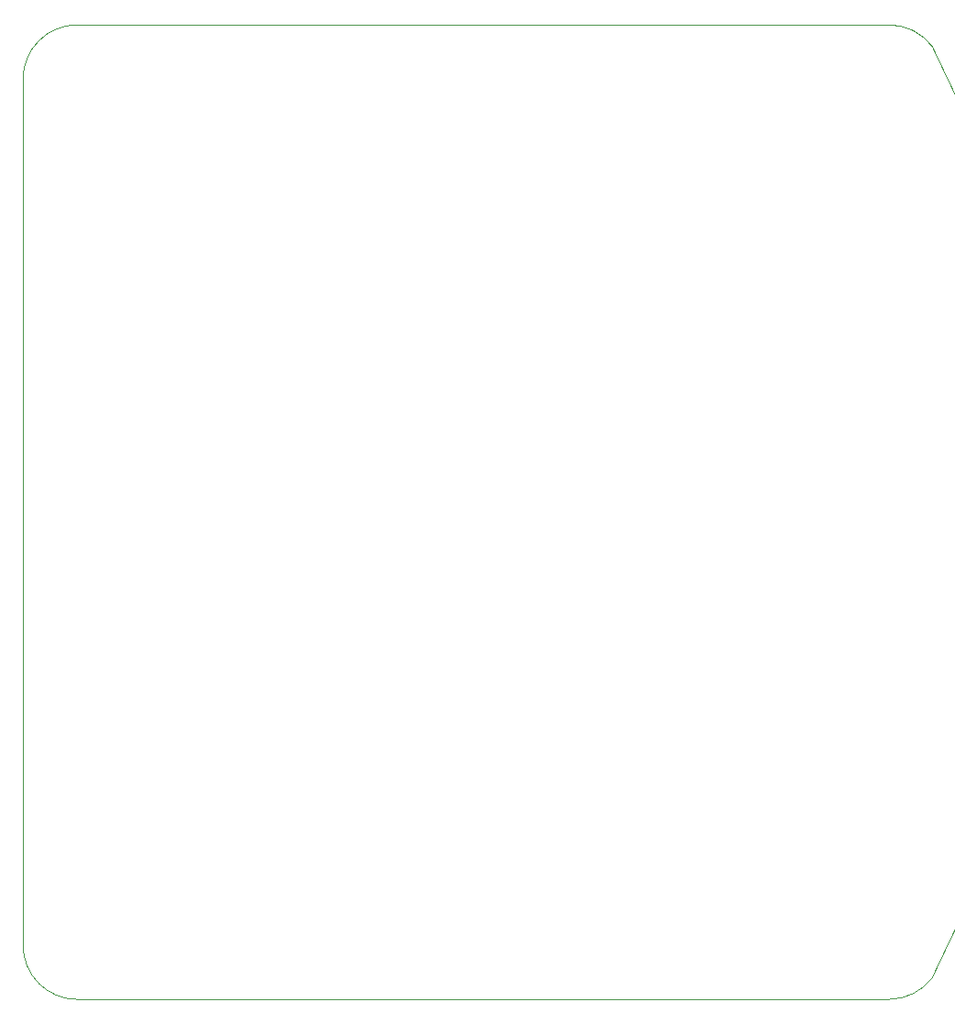
<source format=gbr>
%TF.GenerationSoftware,KiCad,Pcbnew,(6.0.0)*%
%TF.CreationDate,2022-08-23T11:31:34-04:00*%
%TF.ProjectId,Impedance_Analyzer_V2,496d7065-6461-46e6-9365-5f416e616c79,rev?*%
%TF.SameCoordinates,Original*%
%TF.FileFunction,Profile,NP*%
%FSLAX46Y46*%
G04 Gerber Fmt 4.6, Leading zero omitted, Abs format (unit mm)*
G04 Created by KiCad (PCBNEW (6.0.0)) date 2022-08-23 11:31:34*
%MOMM*%
%LPD*%
G01*
G04 APERTURE LIST*
%TA.AperFunction,Profile*%
%ADD10C,0.050000*%
%TD*%
G04 APERTURE END LIST*
D10*
X70000000Y-57500000D02*
X70000000Y-137500000D01*
X75000000Y-52500000D02*
G75*
G03*
X70000000Y-57500000I0J-5000000D01*
G01*
X70000000Y-137500000D02*
G75*
G03*
X75000000Y-142500000I5000000J0D01*
G01*
X150000000Y-142500000D02*
G75*
G03*
X154000000Y-140500000I0J5000000D01*
G01*
X154000000Y-54500000D02*
G75*
G03*
X150000000Y-52500000I-4000000J-3000000D01*
G01*
X153999999Y-140499999D02*
G75*
G03*
X153999999Y-54500000I-83999994J42999999D01*
G01*
X150000000Y-52500000D02*
X75000000Y-52500000D01*
X75000000Y-142500000D02*
X150000000Y-142500000D01*
M02*

</source>
